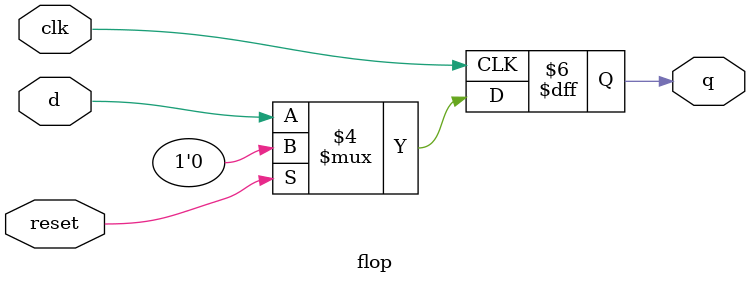
<source format=v>
`timescale 1ns / 1ps


module flop(
    input clk,
    input reset,
    input d,
    output reg q
    );
    
    
    always@(posedge clk) begin
    	if(reset == 1) begin
    		q <= 0;
    	end else begin
    		q <= d;
    	end
    end
endmodule

</source>
